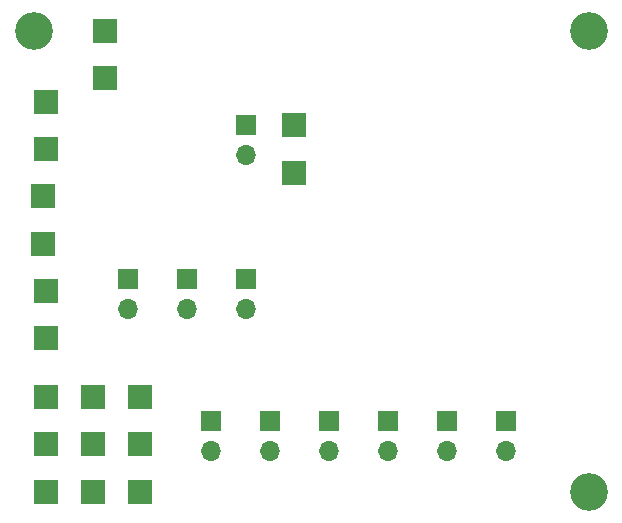
<source format=gbr>
%TF.GenerationSoftware,KiCad,Pcbnew,8.0.8*%
%TF.CreationDate,2025-04-04T16:16:19-04:00*%
%TF.ProjectId,ESP32,45535033-322e-46b6-9963-61645f706362,rev?*%
%TF.SameCoordinates,Original*%
%TF.FileFunction,Soldermask,Bot*%
%TF.FilePolarity,Negative*%
%FSLAX46Y46*%
G04 Gerber Fmt 4.6, Leading zero omitted, Abs format (unit mm)*
G04 Created by KiCad (PCBNEW 8.0.8) date 2025-04-04 16:16:19*
%MOMM*%
%LPD*%
G01*
G04 APERTURE LIST*
%ADD10R,2.000000X2.000000*%
%ADD11R,1.700000X1.700000*%
%ADD12O,1.700000X1.700000*%
%ADD13C,3.200000*%
G04 APERTURE END LIST*
D10*
%TO.C,TP5*%
X133000000Y-105000000D03*
%TD*%
%TO.C,TP6*%
X133000000Y-109000000D03*
%TD*%
D11*
%TO.C,J6*%
X149000000Y-107000000D03*
D12*
X149000000Y-109540000D03*
%TD*%
D10*
%TO.C,TP8*%
X129000000Y-105000000D03*
%TD*%
D13*
%TO.C,REF\u002A\u002A*%
X171000000Y-74000000D03*
%TD*%
D11*
%TO.C,J8*%
X139000000Y-107000000D03*
D12*
X139000000Y-109540000D03*
%TD*%
D11*
%TO.C,J10*%
X132000000Y-95000000D03*
D12*
X132000000Y-97540000D03*
%TD*%
D11*
%TO.C,J7*%
X144000000Y-107000000D03*
D12*
X144000000Y-109540000D03*
%TD*%
D11*
%TO.C,J9*%
X137000000Y-95000000D03*
D12*
X137000000Y-97540000D03*
%TD*%
D10*
%TO.C,TP12*%
X129000000Y-113000000D03*
%TD*%
%TO.C,TP11*%
X125000000Y-96000000D03*
%TD*%
%TO.C,TP1*%
X146000000Y-82000000D03*
%TD*%
%TO.C,TP16*%
X125000000Y-80000000D03*
%TD*%
%TO.C,TP7*%
X133000000Y-113000000D03*
%TD*%
D13*
%TO.C,REF\u002A\u002A*%
X171000000Y-113000000D03*
%TD*%
D11*
%TO.C,J4*%
X164000000Y-107000000D03*
D12*
X164000000Y-109540000D03*
%TD*%
D10*
%TO.C,TP15*%
X125000000Y-113000000D03*
%TD*%
%TO.C,TP18*%
X124825000Y-87950000D03*
%TD*%
D13*
%TO.C,REF\u002A\u002A*%
X124000000Y-74000000D03*
%TD*%
D11*
%TO.C,J1*%
X142000000Y-82000000D03*
D12*
X142000000Y-84540000D03*
%TD*%
D11*
%TO.C,J3*%
X142000000Y-95000000D03*
D12*
X142000000Y-97540000D03*
%TD*%
D10*
%TO.C,TP2*%
X146000000Y-86000000D03*
%TD*%
%TO.C,TP4*%
X130000000Y-74000000D03*
%TD*%
%TO.C,TP3*%
X130000000Y-78000000D03*
%TD*%
%TO.C,TP9*%
X129000000Y-109000000D03*
%TD*%
%TO.C,TP13*%
X125000000Y-105000000D03*
%TD*%
%TO.C,TP19*%
X124825000Y-92000000D03*
%TD*%
D11*
%TO.C,J2*%
X154000000Y-107000000D03*
D12*
X154000000Y-109540000D03*
%TD*%
D10*
%TO.C,TP10*%
X125000000Y-100000000D03*
%TD*%
%TO.C,TP14*%
X125000000Y-109000000D03*
%TD*%
D11*
%TO.C,J5*%
X159000000Y-107000000D03*
D12*
X159000000Y-109540000D03*
%TD*%
D10*
%TO.C,TP17*%
X125000000Y-84000000D03*
%TD*%
M02*

</source>
